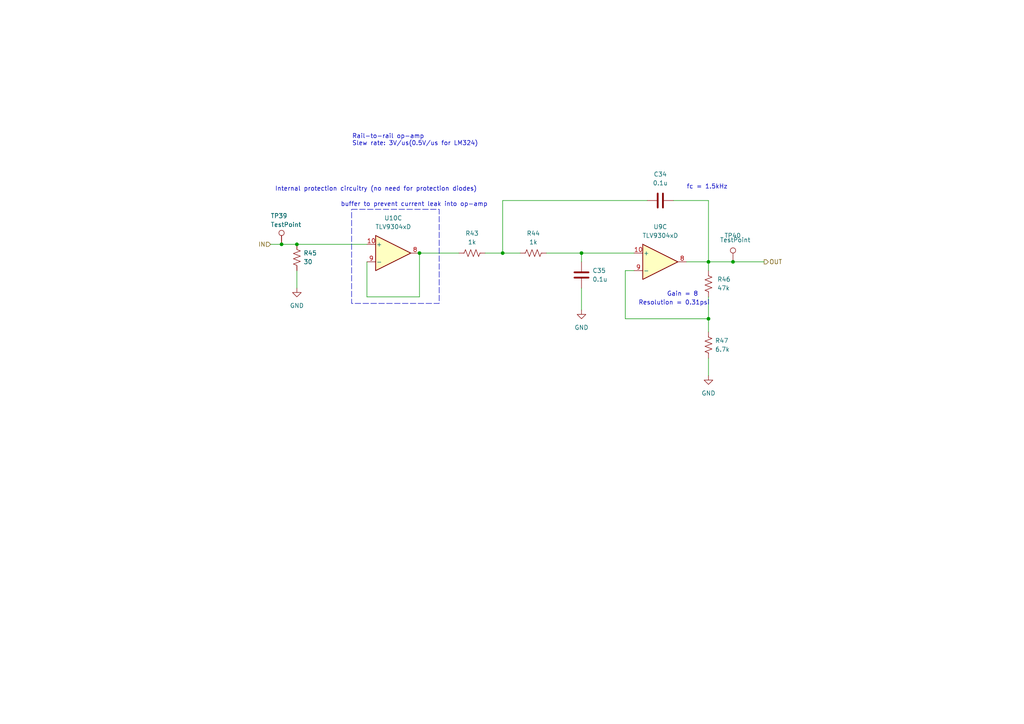
<source format=kicad_sch>
(kicad_sch (version 20230121) (generator eeschema)
  (paper "A4")
  (lib_symbols
    (symbol "Amplifier_Operational:TLV9304xD" (pin_names (offset 0.127))
      (property "Reference" "U" (at 0 5.08 0))
      (property "Value" "TLV9304xD" (at 0 -5.08 0))
      (symbol "TLV9304xD_1_1"
        (polyline (pts (xy -5.08 5.08) (xy 5.08 0) (xy -5.08 -5.08) (xy -5.08 5.08)) (stroke (width 0.254)) (fill (type background)))
        (pin output line (at 7.62 0 180) (length 2.54) (name "~") (number "1"))
        (pin input line (at -7.62 -2.54 0) (length 2.54) (name "-") (number "2"))
        (pin input line (at -7.62 2.54 0) (length 2.54) (name "+") (number "3"))
      )
      (symbol "TLV9304xD_2_1"
        (polyline (pts (xy -5.08 5.08) (xy 5.08 0) (xy -5.08 -5.08) (xy -5.08 5.08)) (stroke (width 0.254)) (fill (type background)))
        (pin input line (at -7.62 2.54 0) (length 2.54) (name "+") (number "5"))
        (pin input line (at -7.62 -2.54 0) (length 2.54) (name "-") (number "6"))
        (pin output line (at 7.62 0 180) (length 2.54) (name "~") (number "7"))
      )
      (symbol "TLV9304xD_3_1"
        (polyline (pts (xy -5.08 5.08) (xy 5.08 0) (xy -5.08 -5.08) (xy -5.08 5.08)) (stroke (width 0.254)) (fill (type background)))
        (pin input line (at -7.62 2.54 0) (length 2.54) (name "+") (number "10"))
        (pin output line (at 7.62 0 180) (length 2.54) (name "~") (number "8"))
        (pin input line (at -7.62 -2.54 0) (length 2.54) (name "-") (number "9"))
      )
      (symbol "TLV9304xD_4_1"
        (polyline (pts (xy -5.08 5.08) (xy 5.08 0) (xy -5.08 -5.08) (xy -5.08 5.08)) (stroke (width 0.254)) (fill (type background)))
        (pin input line (at -7.62 2.54 0) (length 2.54) (name "+") (number "12"))
        (pin input line (at -7.62 -2.54 0) (length 2.54) (name "-") (number "13"))
        (pin output line (at 7.62 0 180) (length 2.54) (name "~") (number "14"))
      )
      (symbol "TLV9304xD_5_1"
        (pin power_in line (at -2.54 -7.62 90) (length 3.81) (name "V-") (number "11"))
        (pin power_in line (at -2.54 7.62 270) (length 3.81) (name "V+") (number "4"))
      )
    )
    (symbol "Connector:TestPoint" (pin_numbers hide) (pin_names (offset 0.762) hide)
      (property "Reference" "TP" (at 0 6.858 0))
      (property "Value" "TestPoint" (at 0 5.08 0))
      (symbol "TestPoint_0_1"
        (circle (center 0 3.302) (radius 0.762))
      )
      (symbol "TestPoint_1_1"
        (pin passive line (at 0 0 90) (length 2.54) (name "1") (number "1"))
      )
    )
    (symbol "Device:C" (pin_numbers hide) (pin_names (offset 0.254))
      (property "Reference" "C" (at 0.635 2.54 0))
      (property "Value" "C" (at 0.635 -2.54 0))
      (symbol "C_0_1"
        (polyline (pts (xy -2.032 -0.762) (xy 2.032 -0.762)) (stroke (width 0.508)))
        (polyline (pts (xy -2.032 0.762) (xy 2.032 0.762)) (stroke (width 0.508)))
      )
      (symbol "C_1_1"
        (pin passive line (at 0 3.81 270) (length 2.794) (name "~") (number "1"))
        (pin passive line (at 0 -3.81 90) (length 2.794) (name "~") (number "2"))
      )
    )
    (symbol "Device:R_US" (pin_numbers hide) (pin_names (offset 0))
      (property "Reference" "R" (at 2.54 0 90))
      (property "Value" "R_US" (at -2.54 0 90))
      (symbol "R_US_0_1"
        (polyline (pts (xy 0 -2.286) (xy 0 -2.54)))
        (polyline (pts (xy 0 2.286) (xy 0 2.54)))
        (polyline (pts (xy 0 -0.762) (xy 1.016 -1.143) (xy 0 -1.524) (xy -1.016 -1.905) (xy 0 -2.286)))
        (polyline (pts (xy 0 0.762) (xy 1.016 0.381) (xy 0 0) (xy -1.016 -0.381) (xy 0 -0.762)))
        (polyline (pts (xy 0 2.286) (xy 1.016 1.905) (xy 0 1.524) (xy -1.016 1.143) (xy 0 0.762)))
      )
      (symbol "R_US_1_1"
        (pin passive line (at 0 3.81 270) (length 1.27) (name "~") (number "1"))
        (pin passive line (at 0 -3.81 90) (length 1.27) (name "~") (number "2"))
      )
    )
    (symbol "power:GND" (power) (pin_names (offset 0))
      (property "Value" "GND" (at 0 -3.81 0))
      (symbol "GND_0_1"
        (polyline (pts (xy 0 0) (xy 0 -1.27) (xy 1.27 -1.27) (xy 0 -2.54) (xy -1.27 -1.27) (xy 0 -1.27)))
      )
      (symbol "GND_1_1"
        (pin power_in line (at 0 0 270) (length 0) hide (name "GND") (number "1"))
      )
    )
  )
  (junction (at 168.656 73.406))
  (junction (at 212.598 75.946))
  (junction (at 121.666 73.406))
  (junction (at 81.661 70.866))
  (junction (at 205.486 92.456))
  (junction (at 86.106 70.866))
  (junction (at 145.796 73.406))
  (junction (at 205.486 75.946))
  (wire (pts (xy 121.666 86.106) (xy 121.666 73.406)))
  (wire (pts (xy 199.136 75.946) (xy 205.486 75.946)))
  (wire (pts (xy 168.656 73.406) (xy 168.656 75.946)))
  (wire (pts (xy 187.706 58.166) (xy 145.796 58.166)))
  (wire (pts (xy 106.426 75.946) (xy 106.426 86.106)))
  (wire (pts (xy 121.666 73.406) (xy 133.096 73.406)))
  (wire (pts (xy 81.661 70.866) (xy 86.106 70.866)))
  (wire (pts (xy 195.326 58.166) (xy 205.486 58.166)))
  (wire (pts (xy 181.356 78.486) (xy 183.896 78.486)))
  (wire (pts (xy 145.796 73.406) (xy 150.876 73.406)))
  (wire (pts (xy 181.356 92.456) (xy 181.356 78.486)))
  (wire (pts (xy 158.496 73.406) (xy 168.656 73.406)))
  (wire (pts (xy 86.106 78.486) (xy 86.106 83.566)))
  (wire (pts (xy 168.656 73.406) (xy 183.896 73.406)))
  (wire (pts (xy 106.426 86.106) (xy 121.666 86.106)))
  (wire (pts (xy 205.486 92.456) (xy 205.486 96.266)))
  (wire (pts (xy 205.486 86.106) (xy 205.486 92.456)))
  (wire (pts (xy 168.656 83.566) (xy 168.656 89.916)))
  (wire (pts (xy 140.716 73.406) (xy 145.796 73.406)))
  (wire (pts (xy 205.486 58.166) (xy 205.486 75.946)))
  (wire (pts (xy 205.486 92.456) (xy 181.356 92.456)))
  (wire (pts (xy 205.486 75.946) (xy 212.598 75.946)))
  (wire (pts (xy 81.661 70.866) (xy 78.486 70.866)))
  (wire (pts (xy 205.486 75.946) (xy 205.486 78.486)))
  (wire (pts (xy 145.796 58.166) (xy 145.796 73.406)))
  (wire (pts (xy 106.426 70.866) (xy 86.106 70.866)))
  (wire (pts (xy 212.598 75.946) (xy 221.615 75.946)))
  (wire (pts (xy 205.486 103.886) (xy 205.486 108.966)))
  (rectangle (start 101.981 60.706) (end 127.381 88.011) (stroke (width 0) (type dash)))
  (text "buffer to prevent current leak into op-amp" (at 98.806 60.071 0) (effects (font (size 1.27 1.27)) (justify left bottom)))
  (text "Gain = 8" (at 193.421 86.106 0) (effects (font (size 1.27 1.27)) (justify left bottom)))
  (text "Internal protection circuitry (no need for protection diodes)" (at 79.756 55.626 0) (effects (font (size 1.27 1.27)) (justify left bottom)))
  (text "Resolution = 0.31psi" (at 185.166 88.646 0) (effects (font (size 1.27 1.27)) (justify left bottom)))
  (text "Rail-to-rail op-amp\nSlew rate: 3V/us(0.5V/us for LM324)" (at 102.108 42.418 0) (effects (font (size 1.27 1.27)) (justify left bottom)))
  (text "fc = 1.5kHz\n" (at 199.136 54.991 0) (effects (font (size 1.27 1.27)) (justify left bottom)))
  (hierarchical_label "IN" (shape input) (at 78.486 70.866 180))
  (hierarchical_label "OUT" (shape output) (at 221.615 75.946 0))
  (symbol (lib_id "Device:R_US") (at 154.686 73.406 90) (unit 1)
    (property "Reference" "R44" (at 154.686 67.691 90))
    (property "Value" "1k" (at 154.686 70.231 90))
    (property "Footprint" "Resistor_SMD:R_1206_3216Metric" (effects hide))
    (instances (project "karca_v2" (path "" (reference "R44") (unit 1)) (path "" (reference "R49") (unit 1)) (path "" (reference "R54") (unit 1)) (path "" (reference "R95") (unit 1))))
  )
  (symbol (lib_id "Device:R_US") (at 205.486 82.296 180) (unit 1)
    (property "Reference" "R46" (at 208.026 81.026 0) (effects (justify right)))
    (property "Value" "47k" (at 208.026 83.566 0) (effects (justify right)))
    (property "Footprint" "Resistor_SMD:R_1206_3216Metric" (effects hide))
    (instances (project "karca_v2" (path "" (reference "R46") (unit 1)) (path "" (reference "R51") (unit 1)) (path "" (reference "R56") (unit 1)) (path "" (reference "R97") (unit 1))))
  )
  (symbol (lib_id "power:GND") (at 168.656 89.916 0) (unit 1)
    (property "Reference" "#PWR094" (effects hide))
    (property "Value" "GND" (at 168.656 94.996 0))
    (instances (project "karca_v2" (path "" (reference "#PWR094") (unit 1)) (path "" (reference "#PWR097") (unit 1)) (path "" (reference "#PWR0100") (unit 1)) (path "" (reference "#PWR0144") (unit 1))))
  )
  (symbol (lib_id "Device:C") (at 191.516 58.166 270) (unit 1)
    (property "Reference" "C34" (at 191.516 50.546 90))
    (property "Value" "0.1u" (at 191.516 53.086 90))
    (property "Footprint" "Capacitor_SMD:C_1206_3216Metric" (effects hide))
    (instances (project "karca_v2" (path "" (reference "C34") (unit 1)) (path "" (reference "C36") (unit 1)) (path "" (reference "C38") (unit 1)) (path "" (reference "C64") (unit 1))))
  )
  (symbol (lib_id "Amplifier_Operational:TLV9304xD") (at 114.046 73.406 0) (unit 3)
    (property "Reference" "U10" (at 114.046 63.246 0))
    (property "Value" "TLV9304xD" (at 114.046 65.786 0))
    (property "Footprint" "Package_SO:SO-14_3.9x8.65mm_P1.27mm" (effects hide))
    (property "Datasheet" "https://www.ti.com/lit/ds/symlink/tlv9304.pdf" (effects hide))
    (instances (project "karca_v2" (path "" (reference "U10") (unit 3)) (path "" (reference "U10") (unit 2)) (path "" (reference "U10") (unit 1)) (path "" (reference "U10") (unit 4))))
  )
  (symbol (lib_id "power:GND") (at 86.106 83.566 0) (unit 1)
    (property "Reference" "#PWR093" (effects hide))
    (property "Value" "GND" (at 86.106 88.646 0))
    (instances (project "karca_v2" (path "" (reference "#PWR093") (unit 1)) (path "" (reference "#PWR096") (unit 1)) (path "" (reference "#PWR099") (unit 1)) (path "" (reference "#PWR0143") (unit 1))))
  )
  (symbol (lib_id "power:GND") (at 205.486 108.966 0) (unit 1)
    (property "Reference" "#PWR095" (effects hide))
    (property "Value" "GND" (at 205.486 114.046 0))
    (instances (project "karca_v2" (path "" (reference "#PWR095") (unit 1)) (path "" (reference "#PWR098") (unit 1)) (path "" (reference "#PWR0101") (unit 1)) (path "" (reference "#PWR0145") (unit 1))))
  )
  (symbol (lib_id "Connector:TestPoint") (at 212.598 75.946 0) (unit 1)
    (property "Reference" "TP40" (at 210.058 68.326 0) (effects (justify left)))
    (property "Value" "TestPoint" (at 208.788 69.596 0) (effects (justify left)))
    (property "Footprint" "TestPoint:TestPoint_Pad_D2.0mm" (effects hide))
    (instances (project "karca_v2" (path "" (reference "TP40") (unit 1)) (path "" (reference "TP42") (unit 1)) (path "" (reference "TP44") (unit 1)) (path "" (reference "TP49") (unit 1))))
  )
  (symbol (lib_id "Device:R_US") (at 86.106 74.676 0) (unit 1)
    (property "Reference" "R45" (at 88.011 73.406 0) (effects (justify left)))
    (property "Value" "30" (at 88.011 75.946 0) (effects (justify left)))
    (property "Footprint" "Resistor_SMD:R_1206_3216Metric" (effects hide))
    (instances (project "karca_v2" (path "" (reference "R45") (unit 1)) (path "" (reference "R50") (unit 1)) (path "" (reference "R55") (unit 1)) (path "" (reference "R96") (unit 1))))
  )
  (symbol (lib_id "Amplifier_Operational:TLV9304xD") (at 191.516 75.946 0) (unit 3)
    (property "Reference" "U9" (at 191.516 65.786 0))
    (property "Value" "TLV9304xD" (at 191.516 68.326 0))
    (property "Footprint" "Package_SO:SO-14_3.9x8.65mm_P1.27mm" (effects hide))
    (property "Datasheet" "https://www.ti.com/lit/ds/symlink/tlv9304.pdf" (effects hide))
    (instances (project "karca_v2" (path "" (reference "U9") (unit 3)) (path "" (reference "U9") (unit 2)) (path "" (reference "U9") (unit 1)) (path "" (reference "U9") (unit 4))))
  )
  (symbol (lib_id "Device:R_US") (at 136.906 73.406 90) (unit 1)
    (property "Reference" "R43" (at 136.906 67.691 90))
    (property "Value" "1k" (at 136.906 70.231 90))
    (property "Footprint" "Resistor_SMD:R_1206_3216Metric" (effects hide))
    (instances (project "karca_v2" (path "" (reference "R43") (unit 1)) (path "" (reference "R48") (unit 1)) (path "" (reference "R53") (unit 1)) (path "" (reference "R94") (unit 1))))
  )
  (symbol (lib_id "Device:C") (at 168.656 79.756 0) (unit 1)
    (property "Reference" "C35" (at 171.831 78.486 0) (effects (justify left)))
    (property "Value" "0.1u" (at 171.831 81.026 0) (effects (justify left)))
    (property "Footprint" "Capacitor_SMD:C_1206_3216Metric" (effects hide))
    (instances (project "karca_v2" (path "" (reference "C35") (unit 1)) (path "" (reference "C37") (unit 1)) (path "" (reference "C39") (unit 1)) (path "" (reference "C65") (unit 1))))
  )
  (symbol (lib_id "Connector:TestPoint") (at 81.661 70.866 0) (unit 1)
    (property "Reference" "TP39" (at 78.486 62.611 0) (effects (justify left)))
    (property "Value" "TestPoint" (at 78.486 65.151 0) (effects (justify left)))
    (property "Footprint" "TestPoint:TestPoint_Pad_D2.0mm" (effects hide))
    (instances (project "karca_v2" (path "" (reference "TP39") (unit 1)) (path "" (reference "TP41") (unit 1)) (path "" (reference "TP43") (unit 1)) (path "" (reference "TP48") (unit 1))))
  )
  (symbol (lib_id "Device:R_US") (at 205.486 100.076 180) (unit 1)
    (property "Reference" "R47" (at 207.391 98.806 0) (effects (justify right)))
    (property "Value" "6.7k" (at 207.391 101.346 0) (effects (justify right)))
    (property "Footprint" "Resistor_SMD:R_1206_3216Metric" (effects hide))
    (instances (project "karca_v2" (path "" (reference "R47") (unit 1)) (path "" (reference "R52") (unit 1)) (path "" (reference "R57") (unit 1)) (path "" (reference "R98") (unit 1))))
  )
)
</source>
